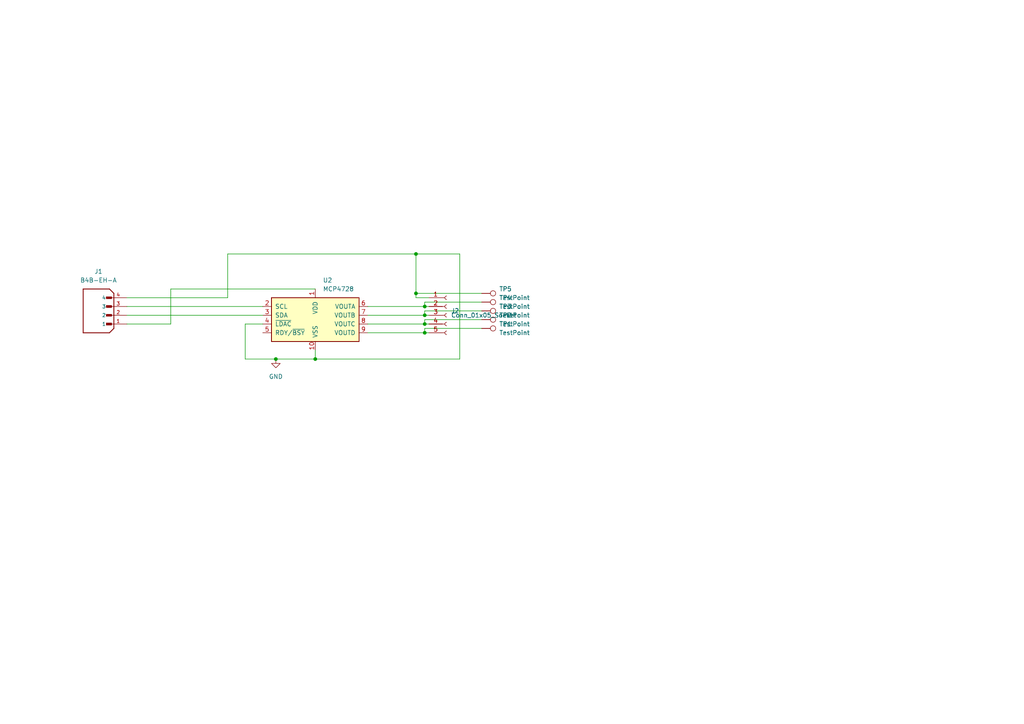
<source format=kicad_sch>
(kicad_sch (version 20231120) (generator "eeschema") (generator_version "8.0")
  (paper "A4")
  (lib_symbols
    (symbol "Analog_DAC:MCP4728" (pin_names (offset 1.016))
      (property "Reference" "U" (at -12.7 6.35 0))
      (property "Value" "MCP4728" (at 12.7 6.35 0))
      (symbol "MCP4728_0_1"
        (rectangle (start -12.7 5.08) (end 12.7 -7.62) (stroke (width 0.254)) (fill (type background)))
      )
      (symbol "MCP4728_1_1"
        (pin power_in line (at 0 7.62 270) (length 2.54) (name "VDD") (number "1"))
        (pin power_in line (at 0 -10.16 90) (length 2.54) (name "VSS") (number "10"))
        (pin input line (at -15.24 2.54 0) (length 2.54) (name "SCL") (number "2"))
        (pin bidirectional line (at -15.24 0 0) (length 2.54) (name "SDA") (number "3"))
        (pin input line (at -15.24 -2.54 0) (length 2.54) (name "~{LDAC}") (number "4"))
        (pin output line (at -15.24 -5.08 0) (length 2.54) (name "RDY/~{BSY}") (number "5"))
        (pin output line (at 15.24 2.54 180) (length 2.54) (name "VOUTA") (number "6"))
        (pin output line (at 15.24 0 180) (length 2.54) (name "VOUTB") (number "7"))
        (pin output line (at 15.24 -2.54 180) (length 2.54) (name "VOUTC") (number "8"))
        (pin output line (at 15.24 -5.08 180) (length 2.54) (name "VOUTD") (number "9"))
      )
    )
    (symbol "B4B-EH-A:B4B-EH-A" (pin_names (offset 1.016))
      (property "Reference" "J" (at -2.54 8.382 0))
      (property "Value" "B4B-EH-A" (at -2.54 -7.62 0))
      (symbol "B4B-EH-A_0_0"
        (rectangle (start -3.175 -2.8575) (end -1.5875 -2.2225) (stroke (width 0.1)) (fill (type outline)))
        (rectangle (start -3.175 -0.3175) (end -1.5875 0.3175) (stroke (width 0.1)) (fill (type outline)))
        (rectangle (start -3.175 2.2225) (end -1.5875 2.8575) (stroke (width 0.1)) (fill (type outline)))
        (rectangle (start -3.175 4.7625) (end -1.5875 5.3975) (stroke (width 0.1)) (fill (type outline)))
        (polyline (pts (xy -3.81 -3.81) (xy -2.54 -5.08)) (stroke (width 0.254)))
        (polyline (pts (xy -3.81 6.35) (xy -3.81 -3.81)) (stroke (width 0.254)))
        (polyline (pts (xy -3.81 6.35) (xy -2.54 7.62)) (stroke (width 0.254)))
        (polyline (pts (xy -2.54 -5.08) (xy 5.08 -5.08)) (stroke (width 0.254)))
        (polyline (pts (xy 5.08 -5.08) (xy 5.08 7.62)) (stroke (width 0.254)))
        (polyline (pts (xy 5.08 7.62) (xy -2.54 7.62)) (stroke (width 0.254)))
        (pin passive line (at -7.62 5.08 0) (length 5.08) (name "1") (number "1"))
        (pin passive line (at -7.62 2.54 0) (length 5.08) (name "2") (number "2"))
        (pin passive line (at -7.62 0 0) (length 5.08) (name "3") (number "3"))
        (pin passive line (at -7.62 -2.54 0) (length 5.08) (name "4") (number "4"))
      )
    )
    (symbol "Connector:Conn_01x05_Socket" (pin_names (offset 1.016) hide)
      (property "Reference" "J" (at 0 7.62 0))
      (property "Value" "Conn_01x05_Socket" (at 0 -7.62 0))
      (symbol "Conn_01x05_Socket_1_1"
        (arc (start 0 -4.572) (mid -0.5058 -5.08) (end 0 -5.588) (stroke (width 0.1524)))
        (arc (start 0 -2.032) (mid -0.5058 -2.54) (end 0 -3.048) (stroke (width 0.1524)))
        (polyline (pts (xy -1.27 -5.08) (xy -0.508 -5.08)) (stroke (width 0.1524)))
        (polyline (pts (xy -1.27 -2.54) (xy -0.508 -2.54)) (stroke (width 0.1524)))
        (polyline (pts (xy -1.27 0) (xy -0.508 0)) (stroke (width 0.1524)))
        (polyline (pts (xy -1.27 2.54) (xy -0.508 2.54)) (stroke (width 0.1524)))
        (polyline (pts (xy -1.27 5.08) (xy -0.508 5.08)) (stroke (width 0.1524)))
        (arc (start 0 0.508) (mid -0.5058 0) (end 0 -0.508) (stroke (width 0.1524)))
        (arc (start 0 3.048) (mid -0.5058 2.54) (end 0 2.032) (stroke (width 0.1524)))
        (arc (start 0 5.588) (mid -0.5058 5.08) (end 0 4.572) (stroke (width 0.1524)))
        (pin passive line (at -5.08 5.08 0) (length 3.81) (name "Pin_1") (number "1"))
        (pin passive line (at -5.08 2.54 0) (length 3.81) (name "Pin_2") (number "2"))
        (pin passive line (at -5.08 0 0) (length 3.81) (name "Pin_3") (number "3"))
        (pin passive line (at -5.08 -2.54 0) (length 3.81) (name "Pin_4") (number "4"))
        (pin passive line (at -5.08 -5.08 0) (length 3.81) (name "Pin_5") (number "5"))
      )
    )
    (symbol "Connector:TestPoint" (pin_numbers hide) (pin_names (offset 0.762) hide)
      (property "Reference" "TP" (at 0 6.858 0))
      (property "Value" "TestPoint" (at 0 5.08 0))
      (symbol "TestPoint_0_1"
        (circle (center 0 3.302) (radius 0.762))
      )
      (symbol "TestPoint_1_1"
        (pin passive line (at 0 0 90) (length 2.54) (name "1") (number "1"))
      )
    )
    (symbol "power:GND" (power) (pin_numbers hide) (pin_names (offset 0) hide)
      (property "Value" "GND" (at 0 -3.81 0))
      (symbol "GND_0_1"
        (polyline (pts (xy 0 0) (xy 0 -1.27) (xy 1.27 -1.27) (xy 0 -2.54) (xy -1.27 -1.27) (xy 0 -1.27)))
      )
      (symbol "GND_1_1"
        (pin power_in line (at 0 0 270) (length 0) (name "~") (number "1"))
      )
    )
  )
  (junction (at 80.01 104.14))
  (junction (at 123.19 91.44))
  (junction (at 120.65 85.09))
  (junction (at 123.19 93.98))
  (junction (at 123.19 96.52))
  (junction (at 123.19 88.9))
  (junction (at 91.44 104.14))
  (junction (at 120.65 73.66))
  (wire (pts (xy 91.44 83.82) (xy 49.53 83.82)))
  (wire (pts (xy 123.19 87.63) (xy 139.7 87.63)))
  (wire (pts (xy 91.44 104.14) (xy 133.35 104.14)))
  (wire (pts (xy 120.65 85.09) (xy 139.7 85.09)))
  (wire (pts (xy 106.68 91.44) (xy 123.19 91.44)))
  (wire (pts (xy 49.53 93.98) (xy 36.83 93.98)))
  (wire (pts (xy 106.68 96.52) (xy 123.19 96.52)))
  (wire (pts (xy 106.68 93.98) (xy 123.19 93.98)))
  (wire (pts (xy 36.83 91.44) (xy 76.2 91.44)))
  (wire (pts (xy 123.19 91.44) (xy 124.46 91.44)))
  (wire (pts (xy 123.19 88.9) (xy 124.46 88.9)))
  (wire (pts (xy 123.19 95.25) (xy 123.19 96.52)))
  (wire (pts (xy 106.68 88.9) (xy 123.19 88.9)))
  (wire (pts (xy 36.83 86.36) (xy 66.04 86.36)))
  (wire (pts (xy 123.19 93.98) (xy 124.46 93.98)))
  (wire (pts (xy 91.44 101.6) (xy 91.44 104.14)))
  (wire (pts (xy 120.65 86.36) (xy 124.46 86.36)))
  (wire (pts (xy 123.19 90.17) (xy 123.19 91.44)))
  (wire (pts (xy 123.19 96.52) (xy 124.46 96.52)))
  (wire (pts (xy 120.65 73.66) (xy 120.65 85.09)))
  (wire (pts (xy 71.12 104.14) (xy 80.01 104.14)))
  (wire (pts (xy 123.19 90.17) (xy 139.7 90.17)))
  (wire (pts (xy 123.19 92.71) (xy 123.19 93.98)))
  (wire (pts (xy 76.2 93.98) (xy 71.12 93.98)))
  (wire (pts (xy 133.35 104.14) (xy 133.35 73.66)))
  (wire (pts (xy 36.83 88.9) (xy 76.2 88.9)))
  (wire (pts (xy 66.04 86.36) (xy 66.04 73.66)))
  (wire (pts (xy 66.04 73.66) (xy 120.65 73.66)))
  (wire (pts (xy 123.19 87.63) (xy 123.19 88.9)))
  (wire (pts (xy 80.01 104.14) (xy 91.44 104.14)))
  (wire (pts (xy 120.65 85.09) (xy 120.65 86.36)))
  (wire (pts (xy 133.35 73.66) (xy 120.65 73.66)))
  (wire (pts (xy 123.19 92.71) (xy 139.7 92.71)))
  (wire (pts (xy 123.19 95.25) (xy 139.7 95.25)))
  (wire (pts (xy 49.53 83.82) (xy 49.53 93.98)))
  (wire (pts (xy 71.12 93.98) (xy 71.12 104.14)))
  (symbol (lib_id "power:GND") (at 80.01 104.14 0) (unit 1)
    (property "Reference" "#PWR01" (effects (hide yes)))
    (property "Value" "GND" (at 80.01 109.22 0))
    (property "Description" "Power symbol creates a global label with name \"GND\" , ground" (effects (hide yes)))
  )
  (symbol (lib_id "Connector:TestPoint") (at 139.7 95.25 270) (unit 1)
    (property "Reference" "TP1" (at 144.78 93.9799 90) (effects (justify left)))
    (property "Value" "TestPoint" (at 144.78 96.5199 90) (effects (justify left)))
    (property "Footprint" "TestPoint:TestPoint_Pad_1.0x1.0mm" (effects (hide yes)))
    (property "Description" "test point" (effects (hide yes)))
  )
  (symbol (lib_id "Connector:Conn_01x05_Socket") (at 129.54 91.44 0) (unit 1)
    (property "Reference" "J2" (at 130.81 90.1699 0) (effects (justify left)))
    (property "Value" "Conn_01x05_Socket" (at 130.81 91.4399 0) (effects (justify left)))
    (property "Footprint" "Connector_PinSocket_2.54mm:PinSocket_1x05_P2.54mm_Vertical" (effects (hide yes)))
    (property "Description" "Generic connector, single row, 01x05, script generated" (effects (hide yes)))
  )
  (symbol (lib_id "Analog_DAC:MCP4728") (at 91.44 91.44 0) (unit 1)
    (property "Reference" "U2" (at 93.6341 81.28 0) (effects (justify left)))
    (property "Value" "MCP4728" (at 93.6341 83.82 0) (effects (justify left)))
    (property "Footprint" "Package_SO:TSSOP-10_3x3mm_P0.5mm" (effects (hide yes)))
    (property "Datasheet" "http://ww1.microchip.com/downloads/en/DeviceDoc/22187E.pdf" (effects (hide yes)))
    (property "Description" "12-bit digital to analog converter, quad output, 2.048V internal reference, integrated EEPROM, I2C interface" (effects (hide yes)))
  )
  (symbol (lib_id "Connector:TestPoint") (at 139.7 87.63 270) (unit 1)
    (property "Reference" "TP4" (at 144.78 86.3599 90) (effects (justify left)))
    (property "Value" "TestPoint" (at 144.78 88.8999 90) (effects (justify left)))
    (property "Footprint" "TestPoint:TestPoint_Pad_1.0x1.0mm" (effects (hide yes)))
    (property "Description" "test point" (effects (hide yes)))
  )
  (symbol (lib_id "Connector:TestPoint") (at 139.7 92.71 270) (unit 1)
    (property "Reference" "TP2" (at 144.78 91.4399 90) (effects (justify left)))
    (property "Value" "TestPoint" (at 144.78 93.9799 90) (effects (justify left)))
    (property "Footprint" "TestPoint:TestPoint_Pad_1.0x1.0mm" (effects (hide yes)))
    (property "Description" "test point" (effects (hide yes)))
  )
  (symbol (lib_id "Connector:TestPoint") (at 139.7 85.09 270) (unit 1)
    (property "Reference" "TP5" (at 144.78 83.8199 90) (effects (justify left)))
    (property "Value" "TestPoint" (at 144.78 86.3599 90) (effects (justify left)))
    (property "Footprint" "TestPoint:TestPoint_Pad_1.0x1.0mm" (effects (hide yes)))
    (property "Description" "test point" (effects (hide yes)))
  )
  (symbol (lib_id "B4B-EH-A:B4B-EH-A") (at 29.21 88.9 180) (unit 1)
    (property "Reference" "J1" (at 28.575 78.74 0))
    (property "Value" "B4B-EH-A" (at 28.575 81.28 0))
    (property "Footprint" "Connector_JST:JST_EH_B4B-EH-A_1x04_P2.50mm_Vertical" (effects (hide yes)))
    (property "STANDARD" "Manufacturer Recommendations" (effects (hide yes)))
    (property "SNAPEDA_PN" "B4B-EH-A" (effects (hide yes)))
    (property "MAXIMUM_PACKAGE_HEIGHT" "6mm" (effects (hide yes)))
    (property "MANUFACTURER" "JST" (effects (hide yes)))
  )
  (symbol (lib_id "Connector:TestPoint") (at 139.7 90.17 270) (unit 1)
    (property "Reference" "TP3" (at 144.78 88.8999 90) (effects (justify left)))
    (property "Value" "TestPoint" (at 144.78 91.4399 90) (effects (justify left)))
    (property "Footprint" "TestPoint:TestPoint_Pad_1.0x1.0mm" (effects (hide yes)))
    (property "Description" "test point" (effects (hide yes)))
  )
)
</source>
